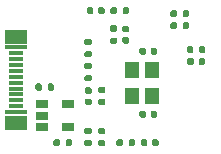
<source format=gbs>
%TF.GenerationSoftware,KiCad,Pcbnew,(5.1.10)-1*%
%TF.CreationDate,2021-11-23T23:34:30+08:00*%
%TF.ProjectId,ST-Link_v2-1,53542d4c-696e-46b5-9f76-322d312e6b69,rev?*%
%TF.SameCoordinates,Original*%
%TF.FileFunction,Soldermask,Bot*%
%TF.FilePolarity,Negative*%
%FSLAX46Y46*%
G04 Gerber Fmt 4.6, Leading zero omitted, Abs format (unit mm)*
G04 Created by KiCad (PCBNEW (5.1.10)-1) date 2021-11-23 23:34:30*
%MOMM*%
%LPD*%
G01*
G04 APERTURE LIST*
%ADD10R,1.200000X1.400000*%
%ADD11R,1.060000X0.650000*%
%ADD12R,1.850000X1.180000*%
%ADD13R,1.850000X0.300000*%
%ADD14R,1.250000X0.300000*%
G04 APERTURE END LIST*
D10*
%TO.C,Y1*%
X181571000Y-110787000D03*
X181571000Y-112987000D03*
X179871000Y-112987000D03*
X179871000Y-110787000D03*
%TD*%
D11*
%TO.C,U2*%
X172255000Y-115631000D03*
X172255000Y-114681000D03*
X172255000Y-113731000D03*
X174455000Y-113731000D03*
X174455000Y-115631000D03*
%TD*%
%TO.C,R20*%
G36*
G01*
X176334000Y-111778000D02*
X175964000Y-111778000D01*
G75*
G02*
X175829000Y-111643000I0J135000D01*
G01*
X175829000Y-111373000D01*
G75*
G02*
X175964000Y-111238000I135000J0D01*
G01*
X176334000Y-111238000D01*
G75*
G02*
X176469000Y-111373000I0J-135000D01*
G01*
X176469000Y-111643000D01*
G75*
G02*
X176334000Y-111778000I-135000J0D01*
G01*
G37*
G36*
G01*
X176334000Y-110758000D02*
X175964000Y-110758000D01*
G75*
G02*
X175829000Y-110623000I0J135000D01*
G01*
X175829000Y-110353000D01*
G75*
G02*
X175964000Y-110218000I135000J0D01*
G01*
X176334000Y-110218000D01*
G75*
G02*
X176469000Y-110353000I0J-135000D01*
G01*
X176469000Y-110623000D01*
G75*
G02*
X176334000Y-110758000I-135000J0D01*
G01*
G37*
%TD*%
%TO.C,R19*%
G36*
G01*
X177477000Y-113790000D02*
X177107000Y-113790000D01*
G75*
G02*
X176972000Y-113655000I0J135000D01*
G01*
X176972000Y-113385000D01*
G75*
G02*
X177107000Y-113250000I135000J0D01*
G01*
X177477000Y-113250000D01*
G75*
G02*
X177612000Y-113385000I0J-135000D01*
G01*
X177612000Y-113655000D01*
G75*
G02*
X177477000Y-113790000I-135000J0D01*
G01*
G37*
G36*
G01*
X177477000Y-112770000D02*
X177107000Y-112770000D01*
G75*
G02*
X176972000Y-112635000I0J135000D01*
G01*
X176972000Y-112365000D01*
G75*
G02*
X177107000Y-112230000I135000J0D01*
G01*
X177477000Y-112230000D01*
G75*
G02*
X177612000Y-112365000I0J-135000D01*
G01*
X177612000Y-112635000D01*
G75*
G02*
X177477000Y-112770000I-135000J0D01*
G01*
G37*
%TD*%
%TO.C,R16*%
G36*
G01*
X171686000Y-112453000D02*
X171686000Y-112083000D01*
G75*
G02*
X171821000Y-111948000I135000J0D01*
G01*
X172091000Y-111948000D01*
G75*
G02*
X172226000Y-112083000I0J-135000D01*
G01*
X172226000Y-112453000D01*
G75*
G02*
X172091000Y-112588000I-135000J0D01*
G01*
X171821000Y-112588000D01*
G75*
G02*
X171686000Y-112453000I0J135000D01*
G01*
G37*
G36*
G01*
X172706000Y-112453000D02*
X172706000Y-112083000D01*
G75*
G02*
X172841000Y-111948000I135000J0D01*
G01*
X173111000Y-111948000D01*
G75*
G02*
X173246000Y-112083000I0J-135000D01*
G01*
X173246000Y-112453000D01*
G75*
G02*
X173111000Y-112588000I-135000J0D01*
G01*
X172841000Y-112588000D01*
G75*
G02*
X172706000Y-112453000I0J135000D01*
G01*
G37*
%TD*%
%TO.C,R15*%
G36*
G01*
X186073000Y-108908000D02*
X186073000Y-109278000D01*
G75*
G02*
X185938000Y-109413000I-135000J0D01*
G01*
X185668000Y-109413000D01*
G75*
G02*
X185533000Y-109278000I0J135000D01*
G01*
X185533000Y-108908000D01*
G75*
G02*
X185668000Y-108773000I135000J0D01*
G01*
X185938000Y-108773000D01*
G75*
G02*
X186073000Y-108908000I0J-135000D01*
G01*
G37*
G36*
G01*
X185053000Y-108908000D02*
X185053000Y-109278000D01*
G75*
G02*
X184918000Y-109413000I-135000J0D01*
G01*
X184648000Y-109413000D01*
G75*
G02*
X184513000Y-109278000I0J135000D01*
G01*
X184513000Y-108908000D01*
G75*
G02*
X184648000Y-108773000I135000J0D01*
G01*
X184918000Y-108773000D01*
G75*
G02*
X185053000Y-108908000I0J-135000D01*
G01*
G37*
%TD*%
%TO.C,R13*%
G36*
G01*
X176324000Y-117277000D02*
X175954000Y-117277000D01*
G75*
G02*
X175819000Y-117142000I0J135000D01*
G01*
X175819000Y-116872000D01*
G75*
G02*
X175954000Y-116737000I135000J0D01*
G01*
X176324000Y-116737000D01*
G75*
G02*
X176459000Y-116872000I0J-135000D01*
G01*
X176459000Y-117142000D01*
G75*
G02*
X176324000Y-117277000I-135000J0D01*
G01*
G37*
G36*
G01*
X176324000Y-116257000D02*
X175954000Y-116257000D01*
G75*
G02*
X175819000Y-116122000I0J135000D01*
G01*
X175819000Y-115852000D01*
G75*
G02*
X175954000Y-115717000I135000J0D01*
G01*
X176324000Y-115717000D01*
G75*
G02*
X176459000Y-115852000I0J-135000D01*
G01*
X176459000Y-116122000D01*
G75*
G02*
X176324000Y-116257000I-135000J0D01*
G01*
G37*
%TD*%
%TO.C,R8*%
G36*
G01*
X177477000Y-117277000D02*
X177107000Y-117277000D01*
G75*
G02*
X176972000Y-117142000I0J135000D01*
G01*
X176972000Y-116872000D01*
G75*
G02*
X177107000Y-116737000I135000J0D01*
G01*
X177477000Y-116737000D01*
G75*
G02*
X177612000Y-116872000I0J-135000D01*
G01*
X177612000Y-117142000D01*
G75*
G02*
X177477000Y-117277000I-135000J0D01*
G01*
G37*
G36*
G01*
X177477000Y-116257000D02*
X177107000Y-116257000D01*
G75*
G02*
X176972000Y-116122000I0J135000D01*
G01*
X176972000Y-115852000D01*
G75*
G02*
X177107000Y-115717000I135000J0D01*
G01*
X177477000Y-115717000D01*
G75*
G02*
X177612000Y-115852000I0J-135000D01*
G01*
X177612000Y-116122000D01*
G75*
G02*
X177477000Y-116257000I-135000J0D01*
G01*
G37*
%TD*%
%TO.C,R7*%
G36*
G01*
X178493000Y-108603000D02*
X178123000Y-108603000D01*
G75*
G02*
X177988000Y-108468000I0J135000D01*
G01*
X177988000Y-108198000D01*
G75*
G02*
X178123000Y-108063000I135000J0D01*
G01*
X178493000Y-108063000D01*
G75*
G02*
X178628000Y-108198000I0J-135000D01*
G01*
X178628000Y-108468000D01*
G75*
G02*
X178493000Y-108603000I-135000J0D01*
G01*
G37*
G36*
G01*
X178493000Y-107583000D02*
X178123000Y-107583000D01*
G75*
G02*
X177988000Y-107448000I0J135000D01*
G01*
X177988000Y-107178000D01*
G75*
G02*
X178123000Y-107043000I135000J0D01*
G01*
X178493000Y-107043000D01*
G75*
G02*
X178628000Y-107178000I0J-135000D01*
G01*
X178628000Y-107448000D01*
G75*
G02*
X178493000Y-107583000I-135000J0D01*
G01*
G37*
%TD*%
%TO.C,R6*%
G36*
G01*
X180104000Y-116782000D02*
X180104000Y-117152000D01*
G75*
G02*
X179969000Y-117287000I-135000J0D01*
G01*
X179699000Y-117287000D01*
G75*
G02*
X179564000Y-117152000I0J135000D01*
G01*
X179564000Y-116782000D01*
G75*
G02*
X179699000Y-116647000I135000J0D01*
G01*
X179969000Y-116647000D01*
G75*
G02*
X180104000Y-116782000I0J-135000D01*
G01*
G37*
G36*
G01*
X179084000Y-116782000D02*
X179084000Y-117152000D01*
G75*
G02*
X178949000Y-117287000I-135000J0D01*
G01*
X178679000Y-117287000D01*
G75*
G02*
X178544000Y-117152000I0J135000D01*
G01*
X178544000Y-116782000D01*
G75*
G02*
X178679000Y-116647000I135000J0D01*
G01*
X178949000Y-116647000D01*
G75*
G02*
X179084000Y-116782000I0J-135000D01*
G01*
G37*
%TD*%
%TO.C,R5*%
G36*
G01*
X183116000Y-106230000D02*
X183116000Y-105860000D01*
G75*
G02*
X183251000Y-105725000I135000J0D01*
G01*
X183521000Y-105725000D01*
G75*
G02*
X183656000Y-105860000I0J-135000D01*
G01*
X183656000Y-106230000D01*
G75*
G02*
X183521000Y-106365000I-135000J0D01*
G01*
X183251000Y-106365000D01*
G75*
G02*
X183116000Y-106230000I0J135000D01*
G01*
G37*
G36*
G01*
X184136000Y-106230000D02*
X184136000Y-105860000D01*
G75*
G02*
X184271000Y-105725000I135000J0D01*
G01*
X184541000Y-105725000D01*
G75*
G02*
X184676000Y-105860000I0J-135000D01*
G01*
X184676000Y-106230000D01*
G75*
G02*
X184541000Y-106365000I-135000J0D01*
G01*
X184271000Y-106365000D01*
G75*
G02*
X184136000Y-106230000I0J135000D01*
G01*
G37*
%TD*%
%TO.C,R4*%
G36*
G01*
X183116000Y-107246000D02*
X183116000Y-106876000D01*
G75*
G02*
X183251000Y-106741000I135000J0D01*
G01*
X183521000Y-106741000D01*
G75*
G02*
X183656000Y-106876000I0J-135000D01*
G01*
X183656000Y-107246000D01*
G75*
G02*
X183521000Y-107381000I-135000J0D01*
G01*
X183251000Y-107381000D01*
G75*
G02*
X183116000Y-107246000I0J135000D01*
G01*
G37*
G36*
G01*
X184136000Y-107246000D02*
X184136000Y-106876000D01*
G75*
G02*
X184271000Y-106741000I135000J0D01*
G01*
X184541000Y-106741000D01*
G75*
G02*
X184676000Y-106876000I0J-135000D01*
G01*
X184676000Y-107246000D01*
G75*
G02*
X184541000Y-107381000I-135000J0D01*
G01*
X184271000Y-107381000D01*
G75*
G02*
X184136000Y-107246000I0J135000D01*
G01*
G37*
%TD*%
%TO.C,R3*%
G36*
G01*
X174770000Y-116782000D02*
X174770000Y-117152000D01*
G75*
G02*
X174635000Y-117287000I-135000J0D01*
G01*
X174365000Y-117287000D01*
G75*
G02*
X174230000Y-117152000I0J135000D01*
G01*
X174230000Y-116782000D01*
G75*
G02*
X174365000Y-116647000I135000J0D01*
G01*
X174635000Y-116647000D01*
G75*
G02*
X174770000Y-116782000I0J-135000D01*
G01*
G37*
G36*
G01*
X173750000Y-116782000D02*
X173750000Y-117152000D01*
G75*
G02*
X173615000Y-117287000I-135000J0D01*
G01*
X173345000Y-117287000D01*
G75*
G02*
X173210000Y-117152000I0J135000D01*
G01*
X173210000Y-116782000D01*
G75*
G02*
X173345000Y-116647000I135000J0D01*
G01*
X173615000Y-116647000D01*
G75*
G02*
X173750000Y-116782000I0J-135000D01*
G01*
G37*
%TD*%
%TO.C,R2*%
G36*
G01*
X175964000Y-108186000D02*
X176334000Y-108186000D01*
G75*
G02*
X176469000Y-108321000I0J-135000D01*
G01*
X176469000Y-108591000D01*
G75*
G02*
X176334000Y-108726000I-135000J0D01*
G01*
X175964000Y-108726000D01*
G75*
G02*
X175829000Y-108591000I0J135000D01*
G01*
X175829000Y-108321000D01*
G75*
G02*
X175964000Y-108186000I135000J0D01*
G01*
G37*
G36*
G01*
X175964000Y-109206000D02*
X176334000Y-109206000D01*
G75*
G02*
X176469000Y-109341000I0J-135000D01*
G01*
X176469000Y-109611000D01*
G75*
G02*
X176334000Y-109746000I-135000J0D01*
G01*
X175964000Y-109746000D01*
G75*
G02*
X175829000Y-109611000I0J135000D01*
G01*
X175829000Y-109341000D01*
G75*
G02*
X175964000Y-109206000I135000J0D01*
G01*
G37*
%TD*%
%TO.C,R1*%
G36*
G01*
X179596000Y-105606000D02*
X179596000Y-105976000D01*
G75*
G02*
X179461000Y-106111000I-135000J0D01*
G01*
X179191000Y-106111000D01*
G75*
G02*
X179056000Y-105976000I0J135000D01*
G01*
X179056000Y-105606000D01*
G75*
G02*
X179191000Y-105471000I135000J0D01*
G01*
X179461000Y-105471000D01*
G75*
G02*
X179596000Y-105606000I0J-135000D01*
G01*
G37*
G36*
G01*
X178576000Y-105606000D02*
X178576000Y-105976000D01*
G75*
G02*
X178441000Y-106111000I-135000J0D01*
G01*
X178171000Y-106111000D01*
G75*
G02*
X178036000Y-105976000I0J135000D01*
G01*
X178036000Y-105606000D01*
G75*
G02*
X178171000Y-105471000I135000J0D01*
G01*
X178441000Y-105471000D01*
G75*
G02*
X178576000Y-105606000I0J-135000D01*
G01*
G37*
%TD*%
D12*
%TO.C,J2*%
X170053000Y-107993000D03*
X170053000Y-115273000D03*
D13*
X170053000Y-108883000D03*
D14*
X170053000Y-109383000D03*
X170053000Y-109883000D03*
X170053000Y-110383000D03*
X170053000Y-110883000D03*
X170053000Y-111383000D03*
X170053000Y-111883000D03*
X170053000Y-112383000D03*
X170053000Y-112883000D03*
X170053000Y-113383000D03*
X170053000Y-113883000D03*
D13*
X170053000Y-114383000D03*
%TD*%
%TO.C,C7*%
G36*
G01*
X182116000Y-116797000D02*
X182116000Y-117137000D01*
G75*
G02*
X181976000Y-117277000I-140000J0D01*
G01*
X181696000Y-117277000D01*
G75*
G02*
X181556000Y-117137000I0J140000D01*
G01*
X181556000Y-116797000D01*
G75*
G02*
X181696000Y-116657000I140000J0D01*
G01*
X181976000Y-116657000D01*
G75*
G02*
X182116000Y-116797000I0J-140000D01*
G01*
G37*
G36*
G01*
X181156000Y-116797000D02*
X181156000Y-117137000D01*
G75*
G02*
X181016000Y-117277000I-140000J0D01*
G01*
X180736000Y-117277000D01*
G75*
G02*
X180596000Y-117137000I0J140000D01*
G01*
X180596000Y-116797000D01*
G75*
G02*
X180736000Y-116657000I140000J0D01*
G01*
X181016000Y-116657000D01*
G75*
G02*
X181156000Y-116797000I0J-140000D01*
G01*
G37*
%TD*%
%TO.C,C6*%
G36*
G01*
X176319000Y-113790000D02*
X175979000Y-113790000D01*
G75*
G02*
X175839000Y-113650000I0J140000D01*
G01*
X175839000Y-113370000D01*
G75*
G02*
X175979000Y-113230000I140000J0D01*
G01*
X176319000Y-113230000D01*
G75*
G02*
X176459000Y-113370000I0J-140000D01*
G01*
X176459000Y-113650000D01*
G75*
G02*
X176319000Y-113790000I-140000J0D01*
G01*
G37*
G36*
G01*
X176319000Y-112830000D02*
X175979000Y-112830000D01*
G75*
G02*
X175839000Y-112690000I0J140000D01*
G01*
X175839000Y-112410000D01*
G75*
G02*
X175979000Y-112270000I140000J0D01*
G01*
X176319000Y-112270000D01*
G75*
G02*
X176459000Y-112410000I0J-140000D01*
G01*
X176459000Y-112690000D01*
G75*
G02*
X176319000Y-112830000I-140000J0D01*
G01*
G37*
%TD*%
%TO.C,C5*%
G36*
G01*
X176024000Y-105961000D02*
X176024000Y-105621000D01*
G75*
G02*
X176164000Y-105481000I140000J0D01*
G01*
X176444000Y-105481000D01*
G75*
G02*
X176584000Y-105621000I0J-140000D01*
G01*
X176584000Y-105961000D01*
G75*
G02*
X176444000Y-106101000I-140000J0D01*
G01*
X176164000Y-106101000D01*
G75*
G02*
X176024000Y-105961000I0J140000D01*
G01*
G37*
G36*
G01*
X176984000Y-105961000D02*
X176984000Y-105621000D01*
G75*
G02*
X177124000Y-105481000I140000J0D01*
G01*
X177404000Y-105481000D01*
G75*
G02*
X177544000Y-105621000I0J-140000D01*
G01*
X177544000Y-105961000D01*
G75*
G02*
X177404000Y-106101000I-140000J0D01*
G01*
X177124000Y-106101000D01*
G75*
G02*
X176984000Y-105961000I0J140000D01*
G01*
G37*
%TD*%
%TO.C,C4*%
G36*
G01*
X184533000Y-110279000D02*
X184533000Y-109939000D01*
G75*
G02*
X184673000Y-109799000I140000J0D01*
G01*
X184953000Y-109799000D01*
G75*
G02*
X185093000Y-109939000I0J-140000D01*
G01*
X185093000Y-110279000D01*
G75*
G02*
X184953000Y-110419000I-140000J0D01*
G01*
X184673000Y-110419000D01*
G75*
G02*
X184533000Y-110279000I0J140000D01*
G01*
G37*
G36*
G01*
X185493000Y-110279000D02*
X185493000Y-109939000D01*
G75*
G02*
X185633000Y-109799000I140000J0D01*
G01*
X185913000Y-109799000D01*
G75*
G02*
X186053000Y-109939000I0J-140000D01*
G01*
X186053000Y-110279000D01*
G75*
G02*
X185913000Y-110419000I-140000J0D01*
G01*
X185633000Y-110419000D01*
G75*
G02*
X185493000Y-110279000I0J140000D01*
G01*
G37*
%TD*%
%TO.C,C3*%
G36*
G01*
X181989000Y-109050000D02*
X181989000Y-109390000D01*
G75*
G02*
X181849000Y-109530000I-140000J0D01*
G01*
X181569000Y-109530000D01*
G75*
G02*
X181429000Y-109390000I0J140000D01*
G01*
X181429000Y-109050000D01*
G75*
G02*
X181569000Y-108910000I140000J0D01*
G01*
X181849000Y-108910000D01*
G75*
G02*
X181989000Y-109050000I0J-140000D01*
G01*
G37*
G36*
G01*
X181029000Y-109050000D02*
X181029000Y-109390000D01*
G75*
G02*
X180889000Y-109530000I-140000J0D01*
G01*
X180609000Y-109530000D01*
G75*
G02*
X180469000Y-109390000I0J140000D01*
G01*
X180469000Y-109050000D01*
G75*
G02*
X180609000Y-108910000I140000J0D01*
G01*
X180889000Y-108910000D01*
G75*
G02*
X181029000Y-109050000I0J-140000D01*
G01*
G37*
%TD*%
%TO.C,C2*%
G36*
G01*
X181989000Y-114384000D02*
X181989000Y-114724000D01*
G75*
G02*
X181849000Y-114864000I-140000J0D01*
G01*
X181569000Y-114864000D01*
G75*
G02*
X181429000Y-114724000I0J140000D01*
G01*
X181429000Y-114384000D01*
G75*
G02*
X181569000Y-114244000I140000J0D01*
G01*
X181849000Y-114244000D01*
G75*
G02*
X181989000Y-114384000I0J-140000D01*
G01*
G37*
G36*
G01*
X181029000Y-114384000D02*
X181029000Y-114724000D01*
G75*
G02*
X180889000Y-114864000I-140000J0D01*
G01*
X180609000Y-114864000D01*
G75*
G02*
X180469000Y-114724000I0J140000D01*
G01*
X180469000Y-114384000D01*
G75*
G02*
X180609000Y-114244000I140000J0D01*
G01*
X180889000Y-114244000D01*
G75*
G02*
X181029000Y-114384000I0J-140000D01*
G01*
G37*
%TD*%
%TO.C,C1*%
G36*
G01*
X179154000Y-107063000D02*
X179494000Y-107063000D01*
G75*
G02*
X179634000Y-107203000I0J-140000D01*
G01*
X179634000Y-107483000D01*
G75*
G02*
X179494000Y-107623000I-140000J0D01*
G01*
X179154000Y-107623000D01*
G75*
G02*
X179014000Y-107483000I0J140000D01*
G01*
X179014000Y-107203000D01*
G75*
G02*
X179154000Y-107063000I140000J0D01*
G01*
G37*
G36*
G01*
X179154000Y-108023000D02*
X179494000Y-108023000D01*
G75*
G02*
X179634000Y-108163000I0J-140000D01*
G01*
X179634000Y-108443000D01*
G75*
G02*
X179494000Y-108583000I-140000J0D01*
G01*
X179154000Y-108583000D01*
G75*
G02*
X179014000Y-108443000I0J140000D01*
G01*
X179014000Y-108163000D01*
G75*
G02*
X179154000Y-108023000I140000J0D01*
G01*
G37*
%TD*%
M02*

</source>
